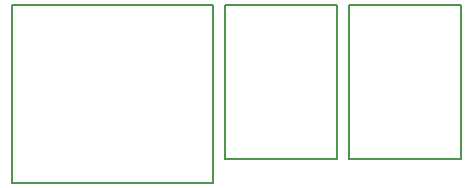
<source format=gbr>
G04 #@! TF.GenerationSoftware,KiCad,Pcbnew,5.1.6-c6e7f7d~87~ubuntu20.04.1*
G04 #@! TF.CreationDate,2020-09-27T08:22:00+02:00*
G04 #@! TF.ProjectId,reductionPiece,72656475-6374-4696-9f6e-50696563652e,rev?*
G04 #@! TF.SameCoordinates,Original*
G04 #@! TF.FileFunction,Profile,NP*
%FSLAX46Y46*%
G04 Gerber Fmt 4.6, Leading zero omitted, Abs format (unit mm)*
G04 Created by KiCad (PCBNEW 5.1.6-c6e7f7d~87~ubuntu20.04.1) date 2020-09-27 08:22:00*
%MOMM*%
%LPD*%
G01*
G04 APERTURE LIST*
G04 #@! TA.AperFunction,Profile*
%ADD10C,0.150000*%
G04 #@! TD*
G04 APERTURE END LIST*
D10*
X177000000Y-57000000D02*
X177000000Y-44000000D01*
X167500000Y-57000000D02*
X177000000Y-57000000D01*
X177000000Y-44000000D02*
X167500000Y-44000000D01*
X167500000Y-44000000D02*
X167500000Y-57000000D01*
X139000000Y-59000000D02*
X139000000Y-58500000D01*
X156000000Y-59000000D02*
X139000000Y-59000000D01*
X156000000Y-44000000D02*
X156000000Y-59000000D01*
X139000000Y-44000000D02*
X156000000Y-44000000D01*
X139000000Y-44000000D02*
X139000000Y-58500000D01*
X166500000Y-44000000D02*
X157000000Y-44000000D01*
X166500000Y-57000000D02*
X166500000Y-44000000D01*
X157000000Y-57000000D02*
X166500000Y-57000000D01*
X157000000Y-44000000D02*
X157000000Y-57000000D01*
M02*

</source>
